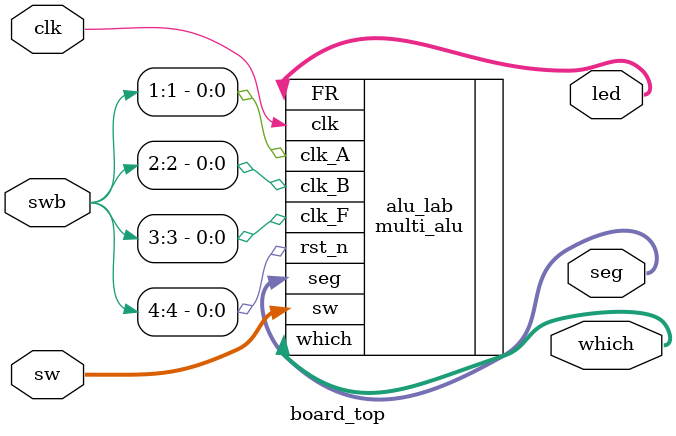
<source format=v>
`timescale 1ns / 1ps
module board_top(
    input   wire          clk,
    input   wire [4:1]    swb,
    input   wire [31:0]   sw,
    output  wire [3:0]    led,
    output  wire [7:0]    seg,
    output  wire [2:0]    which
);

multi_alu alu_lab (
    .clk(clk),
    .rst_n(swb[4]),
    .clk_A(swb[1]),
    .clk_B(swb[2]),
    .clk_F(swb[3]),
    .sw(sw),
    .FR(led),
    .seg(seg),
    .which(which)
);

endmodule
</source>
